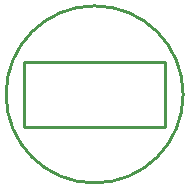
<source format=gko>
G04 start of page 2 for group 9 layer_idx 6 *
G04 Title: (unknown), global_outline *
G04 Creator: pcb-rnd 3.0.0 *
G04 CreationDate: 2021-12-23 01:52:28 UTC *
G04 For:  *
G04 Format: Gerber/RS-274X *
G04 PCB-Dimensions: 500000 500000 *
G04 PCB-Coordinate-Origin: lower left *
%MOIN*%
%FSLAX25Y25*%
%LNGLOBAL_BOUNDARY_UROUTE_9*%
%ADD12C,0.0100*%
G54D12*X196850Y282480D02*X244094D01*
Y260827D01*
X196850D01*
Y282480D01*
X190945Y271654D02*G75*G03X250000Y271654I29528J0D01*G01*
G75*G03X190945Y271654I-29528J0D01*G01*
M02*

</source>
